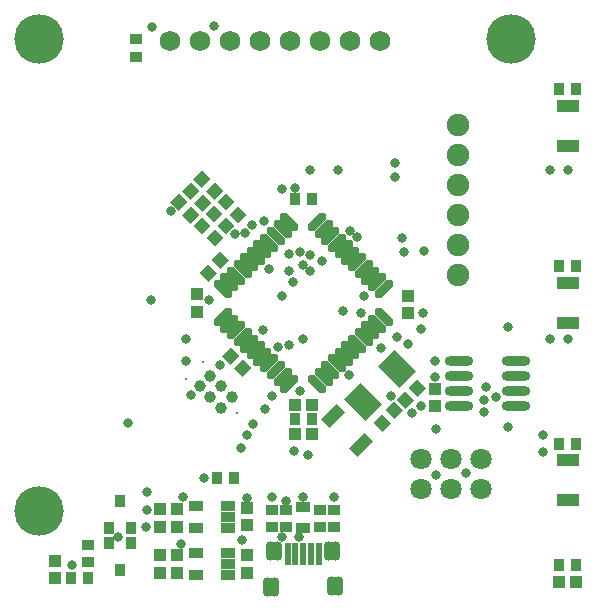
<source format=gts>
%FSLAX23Y23*%
%MOIN*%
G70*
G01*
G75*
G04 Layer_Color=8388736*
%ADD10C,0.006*%
%ADD11R,0.031X0.035*%
%ADD12R,0.030X0.033*%
G04:AMPARAMS|DCode=13|XSize=71mil|YSize=94mil|CornerRadius=0mil|HoleSize=0mil|Usage=FLASHONLY|Rotation=225.000|XOffset=0mil|YOffset=0mil|HoleType=Round|Shape=Rectangle|*
%AMROTATEDRECTD13*
4,1,4,-0.008,0.058,0.058,-0.008,0.008,-0.058,-0.058,0.008,-0.008,0.058,0.0*
%
%ADD13ROTATEDRECTD13*%

%ADD14O,0.087X0.024*%
%ADD15R,0.039X0.028*%
G04:AMPARAMS|DCode=16|XSize=22mil|YSize=69mil|CornerRadius=0mil|HoleSize=0mil|Usage=FLASHONLY|Rotation=45.000|XOffset=0mil|YOffset=0mil|HoleType=Round|Shape=Round|*
%AMOVALD16*
21,1,0.047,0.022,0.000,0.000,135.0*
1,1,0.022,0.017,-0.017*
1,1,0.022,-0.017,0.017*
%
%ADD16OVALD16*%

G04:AMPARAMS|DCode=17|XSize=22mil|YSize=69mil|CornerRadius=0mil|HoleSize=0mil|Usage=FLASHONLY|Rotation=135.000|XOffset=0mil|YOffset=0mil|HoleType=Round|Shape=Round|*
%AMOVALD17*
21,1,0.047,0.022,0.000,0.000,225.0*
1,1,0.022,0.017,0.017*
1,1,0.022,-0.017,-0.017*
%
%ADD17OVALD17*%

%ADD18R,0.067X0.031*%
G04:AMPARAMS|DCode=19|XSize=31mil|YSize=67mil|CornerRadius=0mil|HoleSize=0mil|Usage=FLASHONLY|Rotation=315.000|XOffset=0mil|YOffset=0mil|HoleType=Round|Shape=Rectangle|*
%AMROTATEDRECTD19*
4,1,4,-0.035,-0.013,0.013,0.035,0.035,0.013,-0.013,-0.035,-0.035,-0.013,0.0*
%
%ADD19ROTATEDRECTD19*%

%ADD20R,0.033X0.030*%
G04:AMPARAMS|DCode=21|XSize=33mil|YSize=30mil|CornerRadius=0mil|HoleSize=0mil|Usage=FLASHONLY|Rotation=45.000|XOffset=0mil|YOffset=0mil|HoleType=Round|Shape=Rectangle|*
%AMROTATEDRECTD21*
4,1,4,-0.001,-0.022,-0.022,-0.001,0.001,0.022,0.022,0.001,-0.001,-0.022,0.0*
%
%ADD21ROTATEDRECTD21*%

%ADD22R,0.024X0.035*%
%ADD23C,0.031*%
%ADD24R,0.016X0.069*%
G04:AMPARAMS|DCode=25|XSize=35mil|YSize=31mil|CornerRadius=0mil|HoleSize=0mil|Usage=FLASHONLY|Rotation=225.000|XOffset=0mil|YOffset=0mil|HoleType=Round|Shape=Rectangle|*
%AMROTATEDRECTD25*
4,1,4,0.001,0.024,0.024,0.001,-0.001,-0.024,-0.024,-0.001,0.001,0.024,0.0*
%
%ADD25ROTATEDRECTD25*%

%ADD26R,0.035X0.031*%
G04:AMPARAMS|DCode=27|XSize=35mil|YSize=31mil|CornerRadius=0mil|HoleSize=0mil|Usage=FLASHONLY|Rotation=135.000|XOffset=0mil|YOffset=0mil|HoleType=Round|Shape=Rectangle|*
%AMROTATEDRECTD27*
4,1,4,0.024,-0.001,0.001,-0.024,-0.024,0.001,-0.001,0.024,0.024,-0.001,0.0*
%
%ADD27ROTATEDRECTD27*%

%ADD28C,0.006*%
%ADD29C,0.067*%
%ADD30C,0.061*%
%ADD31C,0.157*%
%ADD32C,0.024*%
G04:AMPARAMS|DCode=33|XSize=47mil|YSize=55mil|CornerRadius=12mil|HoleSize=0mil|Usage=FLASHONLY|Rotation=180.000|XOffset=0mil|YOffset=0mil|HoleType=Round|Shape=RoundedRectangle|*
%AMROUNDEDRECTD33*
21,1,0.047,0.031,0,0,180.0*
21,1,0.024,0.055,0,0,180.0*
1,1,0.024,-0.012,0.016*
1,1,0.024,0.012,0.016*
1,1,0.024,0.012,-0.016*
1,1,0.024,-0.012,-0.016*
%
%ADD33ROUNDEDRECTD33*%
%ADD34C,0.063*%
%ADD35C,0.025*%
%ADD36C,0.004*%
%ADD37C,0.010*%
%ADD38C,0.024*%
%ADD39C,0.001*%
%ADD40C,0.002*%
%ADD41C,0.010*%
%ADD42C,0.008*%
%ADD43C,0.006*%
%ADD44C,0.006*%
%ADD45R,0.039X0.043*%
%ADD46R,0.038X0.041*%
G04:AMPARAMS|DCode=47|XSize=79mil|YSize=102mil|CornerRadius=0mil|HoleSize=0mil|Usage=FLASHONLY|Rotation=225.000|XOffset=0mil|YOffset=0mil|HoleType=Round|Shape=Rectangle|*
%AMROTATEDRECTD47*
4,1,4,-0.008,0.064,0.064,-0.008,0.008,-0.064,-0.064,0.008,-0.008,0.064,0.0*
%
%ADD47ROTATEDRECTD47*%

%ADD48O,0.095X0.032*%
%ADD49R,0.047X0.036*%
G04:AMPARAMS|DCode=50|XSize=30mil|YSize=77mil|CornerRadius=0mil|HoleSize=0mil|Usage=FLASHONLY|Rotation=45.000|XOffset=0mil|YOffset=0mil|HoleType=Round|Shape=Round|*
%AMOVALD50*
21,1,0.047,0.030,0.000,0.000,135.0*
1,1,0.030,0.017,-0.017*
1,1,0.030,-0.017,0.017*
%
%ADD50OVALD50*%

G04:AMPARAMS|DCode=51|XSize=30mil|YSize=77mil|CornerRadius=0mil|HoleSize=0mil|Usage=FLASHONLY|Rotation=135.000|XOffset=0mil|YOffset=0mil|HoleType=Round|Shape=Round|*
%AMOVALD51*
21,1,0.047,0.030,0.000,0.000,225.0*
1,1,0.030,0.017,0.017*
1,1,0.030,-0.017,-0.017*
%
%ADD51OVALD51*%

%ADD52R,0.075X0.039*%
G04:AMPARAMS|DCode=53|XSize=39mil|YSize=75mil|CornerRadius=0mil|HoleSize=0mil|Usage=FLASHONLY|Rotation=315.000|XOffset=0mil|YOffset=0mil|HoleType=Round|Shape=Rectangle|*
%AMROTATEDRECTD53*
4,1,4,-0.040,-0.013,0.013,0.040,0.040,0.013,-0.013,-0.040,-0.040,-0.013,0.0*
%
%ADD53ROTATEDRECTD53*%

%ADD54R,0.041X0.038*%
G04:AMPARAMS|DCode=55|XSize=41mil|YSize=38mil|CornerRadius=0mil|HoleSize=0mil|Usage=FLASHONLY|Rotation=45.000|XOffset=0mil|YOffset=0mil|HoleType=Round|Shape=Rectangle|*
%AMROTATEDRECTD55*
4,1,4,-0.001,-0.028,-0.028,-0.001,0.001,0.028,0.028,0.001,-0.001,-0.028,0.0*
%
%ADD55ROTATEDRECTD55*%

%ADD56R,0.032X0.043*%
%ADD57C,0.039*%
%ADD58R,0.024X0.077*%
G04:AMPARAMS|DCode=59|XSize=43mil|YSize=39mil|CornerRadius=0mil|HoleSize=0mil|Usage=FLASHONLY|Rotation=225.000|XOffset=0mil|YOffset=0mil|HoleType=Round|Shape=Rectangle|*
%AMROTATEDRECTD59*
4,1,4,0.001,0.029,0.029,0.001,-0.001,-0.029,-0.029,-0.001,0.001,0.029,0.0*
%
%ADD59ROTATEDRECTD59*%

%ADD60R,0.043X0.039*%
G04:AMPARAMS|DCode=61|XSize=43mil|YSize=39mil|CornerRadius=0mil|HoleSize=0mil|Usage=FLASHONLY|Rotation=135.000|XOffset=0mil|YOffset=0mil|HoleType=Round|Shape=Rectangle|*
%AMROTATEDRECTD61*
4,1,4,0.029,-0.001,0.001,-0.029,-0.029,0.001,-0.001,0.029,0.029,-0.001,0.0*
%
%ADD61ROTATEDRECTD61*%

%ADD62C,0.075*%
%ADD63C,0.069*%
%ADD64C,0.165*%
%ADD65C,0.032*%
%ADD66C,0.008*%
G04:AMPARAMS|DCode=67|XSize=55mil|YSize=63mil|CornerRadius=16mil|HoleSize=0mil|Usage=FLASHONLY|Rotation=180.000|XOffset=0mil|YOffset=0mil|HoleType=Round|Shape=RoundedRectangle|*
%AMROUNDEDRECTD67*
21,1,0.055,0.031,0,0,180.0*
21,1,0.024,0.063,0,0,180.0*
1,1,0.032,-0.012,0.016*
1,1,0.032,0.012,0.016*
1,1,0.032,0.012,-0.016*
1,1,0.032,-0.012,-0.016*
%
%ADD67ROUNDEDRECTD67*%
%ADD68C,0.071*%
%ADD69C,0.033*%
D45*
X2822Y1038D02*
D03*
X2879D02*
D03*
X1997Y1630D02*
D03*
X1940D02*
D03*
Y1531D02*
D03*
X1997D02*
D03*
D46*
X2879Y1094D02*
D03*
X2822D02*
D03*
X2822Y1498D02*
D03*
X2879D02*
D03*
X2822Y2091D02*
D03*
X2879D02*
D03*
X2822Y2681D02*
D03*
X2879D02*
D03*
X1940Y2315D02*
D03*
X1997D02*
D03*
X1196Y1053D02*
D03*
X1253D02*
D03*
X1940Y1581D02*
D03*
X1997D02*
D03*
X1739Y1386D02*
D03*
X1682D02*
D03*
D47*
X2280Y1749D02*
D03*
X2169Y1637D02*
D03*
D48*
X2488Y1774D02*
D03*
Y1724D02*
D03*
Y1674D02*
D03*
Y1624D02*
D03*
X2677Y1774D02*
D03*
Y1724D02*
D03*
Y1674D02*
D03*
Y1624D02*
D03*
D49*
X1611Y1219D02*
D03*
Y1293D02*
D03*
X1719D02*
D03*
Y1256D02*
D03*
Y1219D02*
D03*
X1611Y1061D02*
D03*
Y1136D02*
D03*
X1719D02*
D03*
Y1098D02*
D03*
Y1061D02*
D03*
X1969Y1220D02*
D03*
Y1287D02*
D03*
D50*
X1700Y2014D02*
D03*
X1722Y2037D02*
D03*
X1744Y2059D02*
D03*
X1767Y2081D02*
D03*
X1789Y2104D02*
D03*
X1811Y2126D02*
D03*
X1833Y2148D02*
D03*
X1856Y2170D02*
D03*
X1878Y2193D02*
D03*
X1900Y2215D02*
D03*
X1923Y2237D02*
D03*
X2237Y1923D02*
D03*
X2215Y1900D02*
D03*
X2193Y1878D02*
D03*
X2170Y1856D02*
D03*
X2148Y1833D02*
D03*
X2126Y1811D02*
D03*
X2104Y1789D02*
D03*
X2081Y1767D02*
D03*
X2059Y1744D02*
D03*
X2037Y1722D02*
D03*
X2014Y1700D02*
D03*
D51*
Y2237D02*
D03*
X2037Y2215D02*
D03*
X2059Y2193D02*
D03*
X2081Y2170D02*
D03*
X2104Y2148D02*
D03*
X2126Y2126D02*
D03*
X2148Y2104D02*
D03*
X2170Y2081D02*
D03*
X2193Y2059D02*
D03*
X2215Y2037D02*
D03*
X2237Y2014D02*
D03*
X1923Y1700D02*
D03*
X1900Y1722D02*
D03*
X1878Y1744D02*
D03*
X1856Y1767D02*
D03*
X1833Y1789D02*
D03*
X1811Y1811D02*
D03*
X1789Y1833D02*
D03*
X1767Y1856D02*
D03*
X1744Y1878D02*
D03*
X1722Y1900D02*
D03*
X1700Y1923D02*
D03*
D52*
X2850Y1445D02*
D03*
Y1311D02*
D03*
Y2035D02*
D03*
Y1902D02*
D03*
Y2626D02*
D03*
Y2492D02*
D03*
D53*
X2069Y1591D02*
D03*
X2163Y1496D02*
D03*
D54*
X1252Y1105D02*
D03*
Y1162D02*
D03*
X2071Y1221D02*
D03*
Y1279D02*
D03*
X2024Y1221D02*
D03*
Y1279D02*
D03*
X1913Y1221D02*
D03*
Y1279D02*
D03*
X1866Y1221D02*
D03*
Y1279D02*
D03*
X1413Y2847D02*
D03*
Y2790D02*
D03*
D55*
X1633Y2225D02*
D03*
X1674Y2185D02*
D03*
X1673Y2264D02*
D03*
X1713Y2224D02*
D03*
X1712Y2304D02*
D03*
X1752Y2263D02*
D03*
D56*
X1358Y1309D02*
D03*
X1396Y1219D02*
D03*
X1321D02*
D03*
X1358Y1077D02*
D03*
X1321Y1167D02*
D03*
X1396D02*
D03*
D57*
X1695Y1620D02*
D03*
X1659Y1726D02*
D03*
Y1656D02*
D03*
X1695Y1691D02*
D03*
X1731Y1655D02*
D03*
X1624Y1691D02*
D03*
D58*
X2020Y1133D02*
D03*
X1994D02*
D03*
X1917D02*
D03*
X1943D02*
D03*
X1969D02*
D03*
D59*
X1555Y2304D02*
D03*
X1595Y2263D02*
D03*
X1594Y2343D02*
D03*
X1634Y2303D02*
D03*
X1633Y2382D02*
D03*
X1674Y2342D02*
D03*
X1728Y1792D02*
D03*
X1768Y1751D02*
D03*
D60*
X1142Y1110D02*
D03*
Y1053D02*
D03*
X1783Y1284D02*
D03*
Y1227D02*
D03*
X1492Y1070D02*
D03*
Y1127D02*
D03*
X1547D02*
D03*
Y1070D02*
D03*
X1783D02*
D03*
Y1127D02*
D03*
X1492Y1223D02*
D03*
Y1281D02*
D03*
X1547D02*
D03*
Y1223D02*
D03*
X2409Y1625D02*
D03*
Y1682D02*
D03*
X2319Y1993D02*
D03*
Y1936D02*
D03*
X1614Y1997D02*
D03*
Y1940D02*
D03*
D61*
X2272Y1611D02*
D03*
X2232Y1570D02*
D03*
X2307Y1645D02*
D03*
X2347Y1686D02*
D03*
X1653Y2070D02*
D03*
X1693Y2111D02*
D03*
D62*
X2486Y2561D02*
D03*
Y2461D02*
D03*
Y2361D02*
D03*
Y2261D02*
D03*
Y2161D02*
D03*
Y2061D02*
D03*
D63*
X2225Y2843D02*
D03*
X2125D02*
D03*
X2025D02*
D03*
X1925D02*
D03*
X1825D02*
D03*
X1725D02*
D03*
X1625D02*
D03*
X1525D02*
D03*
D64*
X1088Y2849D02*
D03*
X2662D02*
D03*
X1088Y1275D02*
D03*
D65*
X2071Y1321D02*
D03*
X1866D02*
D03*
X1197Y1094D02*
D03*
X1567Y1323D02*
D03*
X1563Y1165D02*
D03*
D66*
X1636Y1771D02*
D03*
X1578Y1716D02*
D03*
X1748Y1603D02*
D03*
D67*
X2075Y1024D02*
D03*
X1873Y1141D02*
D03*
X2064D02*
D03*
X1862Y1021D02*
D03*
D68*
X2561Y1449D02*
D03*
X2461D02*
D03*
X2361D02*
D03*
X2561Y1349D02*
D03*
X2461D02*
D03*
X2361D02*
D03*
D69*
X2125Y2208D02*
D03*
X2304Y2139D02*
D03*
X2653Y1887D02*
D03*
Y1556D02*
D03*
X2510Y1401D02*
D03*
X2160Y1935D02*
D03*
X2103Y1942D02*
D03*
X2373Y2143D02*
D03*
X2149Y2187D02*
D03*
X2297Y2186D02*
D03*
X2086Y2411D02*
D03*
X1866Y1659D02*
D03*
X1984Y1463D02*
D03*
X2411Y1550D02*
D03*
X1835Y1879D02*
D03*
X1923Y2075D02*
D03*
X1854Y2083D02*
D03*
X1527Y2276D02*
D03*
X1839Y2242D02*
D03*
X1654Y1978D02*
D03*
X1463D02*
D03*
X1959Y1675D02*
D03*
X1941Y2352D02*
D03*
X1740Y2197D02*
D03*
X1840Y1614D02*
D03*
X1693Y1762D02*
D03*
X1638Y1386D02*
D03*
X2260Y1657D02*
D03*
X1594Y1661D02*
D03*
X1954Y1187D02*
D03*
X1899D02*
D03*
X1764Y1177D02*
D03*
X1350Y1189D02*
D03*
X1776Y2201D02*
D03*
X1783Y1319D02*
D03*
X1783Y1528D02*
D03*
X1898Y1992D02*
D03*
X1886Y1823D02*
D03*
X1579Y1850D02*
D03*
Y1776D02*
D03*
X1760Y1484D02*
D03*
X1913Y1309D02*
D03*
X1969Y1321D02*
D03*
X2122Y1728D02*
D03*
X2850Y2411D02*
D03*
X2791D02*
D03*
X1990D02*
D03*
X1898Y2350D02*
D03*
X1799Y2230D02*
D03*
X1967Y2094D02*
D03*
X1959Y2138D02*
D03*
X2850Y1848D02*
D03*
X2033Y2108D02*
D03*
X1992Y2130D02*
D03*
Y2075D02*
D03*
X1923Y2132D02*
D03*
X2768Y1472D02*
D03*
Y1528D02*
D03*
X2170Y1992D02*
D03*
X1935Y2037D02*
D03*
X1465Y2890D02*
D03*
X1671Y2892D02*
D03*
X1447Y1339D02*
D03*
Y1280D02*
D03*
X2367Y1936D02*
D03*
X1801Y1565D02*
D03*
X1384Y1567D02*
D03*
X1446Y1223D02*
D03*
X1937Y1476D02*
D03*
X2363Y1881D02*
D03*
X2274Y2390D02*
D03*
X2274Y2435D02*
D03*
X2411Y1394D02*
D03*
X2331Y1602D02*
D03*
X2363Y1625D02*
D03*
X2571Y1646D02*
D03*
Y1606D02*
D03*
X2612Y1654D02*
D03*
X2579Y1687D02*
D03*
X2228Y1819D02*
D03*
X1921Y1829D02*
D03*
X2281Y1854D02*
D03*
X2317Y1833D02*
D03*
X1967Y1848D02*
D03*
X2409Y1722D02*
D03*
Y1774D02*
D03*
X2793Y1848D02*
D03*
M02*

</source>
